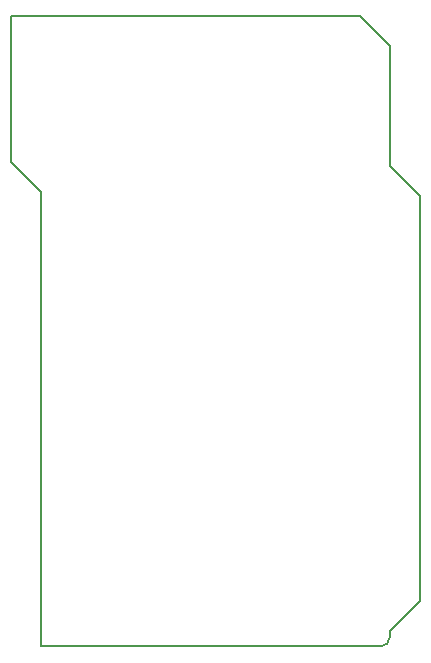
<source format=gm1>
G04 #@! TF.GenerationSoftware,KiCad,Pcbnew,8.0.5*
G04 #@! TF.CreationDate,2024-09-14T16:10:14+01:00*
G04 #@! TF.ProjectId,DataShield,44617461-5368-4696-956c-642e6b696361,rev?*
G04 #@! TF.SameCoordinates,Original*
G04 #@! TF.FileFunction,Profile,NP*
%FSLAX46Y46*%
G04 Gerber Fmt 4.6, Leading zero omitted, Abs format (unit mm)*
G04 Created by KiCad (PCBNEW 8.0.5) date 2024-09-14 16:10:14*
%MOMM*%
%LPD*%
G01*
G04 APERTURE LIST*
G04 #@! TA.AperFunction,Profile*
%ADD10C,0.150000*%
G04 #@! TD*
G04 APERTURE END LIST*
D10*
X169500000Y-61500000D02*
X169500000Y-100000000D01*
X199060000Y-59360000D02*
X201600000Y-61900000D01*
X201600000Y-61900000D02*
X201600000Y-96190000D01*
X167000000Y-46660000D02*
X167000000Y-59000000D01*
X198298000Y-100000000D02*
X169500000Y-100000000D01*
X167000000Y-46660000D02*
X196520000Y-46660000D01*
X201600000Y-96190000D02*
X199060000Y-98730000D01*
X196520000Y-46660000D02*
X199060000Y-49200000D01*
X199060000Y-99238000D02*
G75*
G02*
X198298000Y-100000000I-762000J0D01*
G01*
X167000000Y-59000000D02*
X169500000Y-61500000D01*
X199060000Y-49200000D02*
X199060000Y-59360000D01*
X199060000Y-98730000D02*
X199060000Y-99238000D01*
M02*

</source>
